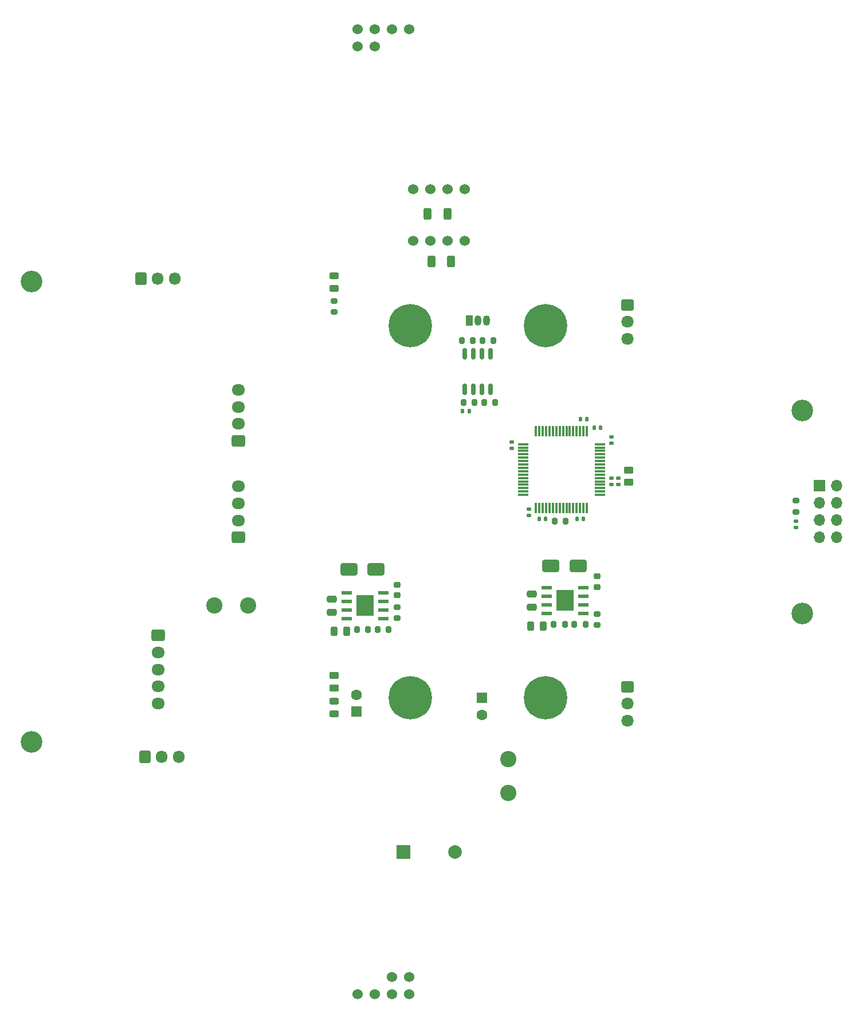
<source format=gbr>
%TF.GenerationSoftware,KiCad,Pcbnew,7.0.9*%
%TF.CreationDate,2025-02-06T15:14:37+09:00*%
%TF.ProjectId,01-MAIN,30312d4d-4149-44e2-9e6b-696361645f70,rev?*%
%TF.SameCoordinates,Original*%
%TF.FileFunction,Soldermask,Bot*%
%TF.FilePolarity,Negative*%
%FSLAX46Y46*%
G04 Gerber Fmt 4.6, Leading zero omitted, Abs format (unit mm)*
G04 Created by KiCad (PCBNEW 7.0.9) date 2025-02-06 15:14:37*
%MOMM*%
%LPD*%
G01*
G04 APERTURE LIST*
G04 Aperture macros list*
%AMRoundRect*
0 Rectangle with rounded corners*
0 $1 Rounding radius*
0 $2 $3 $4 $5 $6 $7 $8 $9 X,Y pos of 4 corners*
0 Add a 4 corners polygon primitive as box body*
4,1,4,$2,$3,$4,$5,$6,$7,$8,$9,$2,$3,0*
0 Add four circle primitives for the rounded corners*
1,1,$1+$1,$2,$3*
1,1,$1+$1,$4,$5*
1,1,$1+$1,$6,$7*
1,1,$1+$1,$8,$9*
0 Add four rect primitives between the rounded corners*
20,1,$1+$1,$2,$3,$4,$5,0*
20,1,$1+$1,$4,$5,$6,$7,0*
20,1,$1+$1,$6,$7,$8,$9,0*
20,1,$1+$1,$8,$9,$2,$3,0*%
G04 Aperture macros list end*
%ADD10RoundRect,0.250000X0.312500X0.625000X-0.312500X0.625000X-0.312500X-0.625000X0.312500X-0.625000X0*%
%ADD11RoundRect,0.250000X-0.312500X-0.625000X0.312500X-0.625000X0.312500X0.625000X-0.312500X0.625000X0*%
%ADD12RoundRect,0.250000X0.725000X-0.600000X0.725000X0.600000X-0.725000X0.600000X-0.725000X-0.600000X0*%
%ADD13O,1.950000X1.700000*%
%ADD14C,0.800000*%
%ADD15C,6.400000*%
%ADD16RoundRect,0.250000X-0.725000X0.600000X-0.725000X-0.600000X0.725000X-0.600000X0.725000X0.600000X0*%
%ADD17RoundRect,0.250000X-0.675000X0.600000X-0.675000X-0.600000X0.675000X-0.600000X0.675000X0.600000X0*%
%ADD18O,1.850000X1.700000*%
%ADD19R,1.050000X1.500000*%
%ADD20O,1.050000X1.500000*%
%ADD21C,3.200000*%
%ADD22RoundRect,0.250000X-0.600000X-0.675000X0.600000X-0.675000X0.600000X0.675000X-0.600000X0.675000X0*%
%ADD23O,1.700000X1.850000*%
%ADD24C,2.400000*%
%ADD25R,1.600000X1.600000*%
%ADD26C,1.600000*%
%ADD27C,1.524000*%
%ADD28R,2.000000X2.000000*%
%ADD29C,2.000000*%
%ADD30RoundRect,0.243750X-0.456250X0.243750X-0.456250X-0.243750X0.456250X-0.243750X0.456250X0.243750X0*%
%ADD31R,1.550000X0.600000*%
%ADD32R,2.600000X3.100000*%
%ADD33RoundRect,0.140000X-0.170000X0.140000X-0.170000X-0.140000X0.170000X-0.140000X0.170000X0.140000X0*%
%ADD34RoundRect,0.243750X0.243750X0.456250X-0.243750X0.456250X-0.243750X-0.456250X0.243750X-0.456250X0*%
%ADD35RoundRect,0.225000X0.250000X-0.225000X0.250000X0.225000X-0.250000X0.225000X-0.250000X-0.225000X0*%
%ADD36RoundRect,0.200000X-0.200000X-0.275000X0.200000X-0.275000X0.200000X0.275000X-0.200000X0.275000X0*%
%ADD37R,1.700000X1.700000*%
%ADD38O,1.700000X1.700000*%
%ADD39RoundRect,0.200000X0.275000X-0.200000X0.275000X0.200000X-0.275000X0.200000X-0.275000X-0.200000X0*%
%ADD40RoundRect,0.140000X0.140000X0.170000X-0.140000X0.170000X-0.140000X-0.170000X0.140000X-0.170000X0*%
%ADD41RoundRect,0.200000X-0.275000X0.200000X-0.275000X-0.200000X0.275000X-0.200000X0.275000X0.200000X0*%
%ADD42RoundRect,0.200000X0.200000X0.275000X-0.200000X0.275000X-0.200000X-0.275000X0.200000X-0.275000X0*%
%ADD43RoundRect,0.075000X0.700000X0.075000X-0.700000X0.075000X-0.700000X-0.075000X0.700000X-0.075000X0*%
%ADD44RoundRect,0.075000X0.075000X0.700000X-0.075000X0.700000X-0.075000X-0.700000X0.075000X-0.700000X0*%
%ADD45RoundRect,0.140000X-0.140000X-0.170000X0.140000X-0.170000X0.140000X0.170000X-0.140000X0.170000X0*%
%ADD46RoundRect,0.250000X-0.475000X0.250000X-0.475000X-0.250000X0.475000X-0.250000X0.475000X0.250000X0*%
%ADD47RoundRect,0.150000X-0.150000X0.675000X-0.150000X-0.675000X0.150000X-0.675000X0.150000X0.675000X0*%
%ADD48RoundRect,0.250000X-0.450000X0.262500X-0.450000X-0.262500X0.450000X-0.262500X0.450000X0.262500X0*%
%ADD49RoundRect,0.140000X0.170000X-0.140000X0.170000X0.140000X-0.170000X0.140000X-0.170000X-0.140000X0*%
%ADD50RoundRect,0.250000X-1.000000X-0.650000X1.000000X-0.650000X1.000000X0.650000X-1.000000X0.650000X0*%
%ADD51RoundRect,0.243750X0.456250X-0.243750X0.456250X0.243750X-0.456250X0.243750X-0.456250X-0.243750X0*%
G04 APERTURE END LIST*
D10*
%TO.C,R10*%
X136000000Y-63000000D03*
X133075000Y-63000000D03*
%TD*%
D11*
%TO.C,R9*%
X132537500Y-56000000D03*
X135462500Y-56000000D03*
%TD*%
D12*
%TO.C,J1*%
X104610214Y-89525000D03*
D13*
X104610214Y-87025000D03*
X104610214Y-84525000D03*
X104610214Y-82025000D03*
%TD*%
D14*
%TO.C,H4*%
X127600000Y-127500000D03*
X128302944Y-125802944D03*
X128302944Y-129197056D03*
X130000000Y-125100000D03*
D15*
X130000000Y-127500000D03*
D14*
X130000000Y-129900000D03*
X131697056Y-125802944D03*
X131697056Y-129197056D03*
X132400000Y-127500000D03*
%TD*%
D16*
%TO.C,J3*%
X92710000Y-118270000D03*
D13*
X92710000Y-120770000D03*
X92710000Y-123270000D03*
X92710000Y-125770000D03*
X92710000Y-128270000D03*
%TD*%
D17*
%TO.C,J5*%
X162052000Y-69422000D03*
D18*
X162052000Y-71922000D03*
X162052000Y-74422000D03*
%TD*%
D19*
%TO.C,Q1*%
X138684000Y-71734000D03*
D20*
X139954000Y-71734000D03*
X141224000Y-71734000D03*
%TD*%
D21*
%TO.C,REF\u002A\u002A*%
X74000000Y-134000000D03*
%TD*%
%TO.C,REF\u002A\u002A*%
X187900000Y-115000000D03*
%TD*%
%TO.C,REF\u002A\u002A*%
X187900000Y-85000000D03*
%TD*%
D22*
%TO.C,J8*%
X90170000Y-65532000D03*
D23*
X92670000Y-65532000D03*
X95170000Y-65532000D03*
%TD*%
D24*
%TO.C,L2*%
X106005000Y-113792000D03*
X101005000Y-113792000D03*
%TD*%
D22*
%TO.C,J7*%
X90758000Y-136144000D03*
D23*
X93258000Y-136144000D03*
X95758000Y-136144000D03*
%TD*%
D25*
%TO.C,C18*%
X140589000Y-127500000D03*
D26*
X140589000Y-130000000D03*
%TD*%
D14*
%TO.C,H2*%
X147600000Y-72500000D03*
X148302944Y-70802944D03*
X148302944Y-74197056D03*
X150000000Y-70100000D03*
D15*
X150000000Y-72500000D03*
D14*
X150000000Y-74900000D03*
X151697056Y-70802944D03*
X151697056Y-74197056D03*
X152400000Y-72500000D03*
%TD*%
D27*
%TO.C,U5*%
X122174000Y-171270000D03*
X124714000Y-171270000D03*
X127254000Y-171270000D03*
X129794000Y-171270000D03*
X127254000Y-168730000D03*
X129794000Y-168730000D03*
%TD*%
D17*
%TO.C,J6*%
X162052000Y-125810000D03*
D18*
X162052000Y-128310000D03*
X162052000Y-130810000D03*
%TD*%
D14*
%TO.C,H3*%
X127600000Y-72500000D03*
X128302944Y-70802944D03*
X128302944Y-74197056D03*
X130000000Y-70100000D03*
D15*
X130000000Y-72500000D03*
D14*
X130000000Y-74900000D03*
X131697056Y-70802944D03*
X131697056Y-74197056D03*
X132400000Y-72500000D03*
%TD*%
D27*
%TO.C,U3*%
X129810000Y-28730000D03*
X127270000Y-28730000D03*
X124730000Y-28730000D03*
X122190000Y-28730000D03*
X124730000Y-31270000D03*
X122190000Y-31270000D03*
%TD*%
D12*
%TO.C,J2*%
X104610214Y-103759000D03*
D13*
X104610214Y-101259000D03*
X104610214Y-98759000D03*
X104610214Y-96259000D03*
%TD*%
D27*
%TO.C,U4*%
X130380000Y-60000000D03*
X132920000Y-60000000D03*
X135460000Y-60000000D03*
X138000000Y-60000000D03*
X138000000Y-52380000D03*
X135460000Y-52380000D03*
X132920000Y-52380000D03*
X130380000Y-52380000D03*
%TD*%
D25*
%TO.C,C19*%
X122000000Y-129500000D03*
D26*
X122000000Y-127000000D03*
%TD*%
D28*
%TO.C,BZ1*%
X129000000Y-150241000D03*
D29*
X136600000Y-150241000D03*
%TD*%
D21*
%TO.C,REF\u002A\u002A*%
X74000000Y-66000000D03*
%TD*%
D24*
%TO.C,L1*%
X144500000Y-136500000D03*
X144500000Y-141500000D03*
%TD*%
D14*
%TO.C,H1*%
X147600000Y-127500000D03*
X148302944Y-125802944D03*
X148302944Y-129197056D03*
X150000000Y-125100000D03*
D15*
X150000000Y-127500000D03*
D14*
X150000000Y-129900000D03*
X151697056Y-125802944D03*
X151697056Y-129197056D03*
X152400000Y-127500000D03*
%TD*%
D30*
%TO.C,D2*%
X118745000Y-127967500D03*
X118745000Y-129842500D03*
%TD*%
D31*
%TO.C,U8*%
X125982000Y-111928000D03*
X125982000Y-113198000D03*
X125982000Y-114468000D03*
X125982000Y-115738000D03*
X120582000Y-115738000D03*
X120582000Y-114468000D03*
X120582000Y-113198000D03*
X120582000Y-111928000D03*
D32*
X123282000Y-113833000D03*
%TD*%
D33*
%TO.C,C10*%
X159679000Y-95016000D03*
X159679000Y-95976000D03*
%TD*%
D34*
%TO.C,D7*%
X149636500Y-116916000D03*
X147761500Y-116916000D03*
%TD*%
D35*
%TO.C,C17*%
X128016000Y-112344000D03*
X128016000Y-110794000D03*
%TD*%
D36*
%TO.C,R18*%
X122111000Y-117411000D03*
X123761000Y-117411000D03*
%TD*%
D31*
%TO.C,U7*%
X155555000Y-111179000D03*
X155555000Y-112449000D03*
X155555000Y-113719000D03*
X155555000Y-114989000D03*
X150155000Y-114989000D03*
X150155000Y-113719000D03*
X150155000Y-112449000D03*
X150155000Y-111179000D03*
D32*
X152855000Y-113084000D03*
%TD*%
D37*
%TO.C,J9*%
X190460000Y-96150000D03*
D38*
X193000000Y-96150000D03*
X190460000Y-98690000D03*
X193000000Y-98690000D03*
X190460000Y-101230000D03*
X193000000Y-101230000D03*
X190460000Y-103770000D03*
X193000000Y-103770000D03*
%TD*%
D39*
%TO.C,R7*%
X118745000Y-70485000D03*
X118745000Y-68835000D03*
%TD*%
D40*
%TO.C,C4*%
X155587000Y-101084000D03*
X154627000Y-101084000D03*
%TD*%
D36*
%TO.C,R17*%
X151176000Y-116662000D03*
X152826000Y-116662000D03*
%TD*%
D41*
%TO.C,R15*%
X128016000Y-114046000D03*
X128016000Y-115696000D03*
%TD*%
D36*
%TO.C,R1*%
X140653000Y-74676000D03*
X142303000Y-74676000D03*
%TD*%
%TO.C,R4*%
X137859000Y-83820000D03*
X139509000Y-83820000D03*
%TD*%
D42*
%TO.C,R3*%
X139255000Y-74676000D03*
X137605000Y-74676000D03*
%TD*%
D43*
%TO.C,U1*%
X157988000Y-90004000D03*
X157988000Y-90504000D03*
X157988000Y-91004000D03*
X157988000Y-91504000D03*
X157988000Y-92004000D03*
X157988000Y-92504000D03*
X157988000Y-93004000D03*
X157988000Y-93504000D03*
X157988000Y-94004000D03*
X157988000Y-94504000D03*
X157988000Y-95004000D03*
X157988000Y-95504000D03*
X157988000Y-96004000D03*
X157988000Y-96504000D03*
X157988000Y-97004000D03*
X157988000Y-97504000D03*
D44*
X156063000Y-99429000D03*
X155563000Y-99429000D03*
X155063000Y-99429000D03*
X154563000Y-99429000D03*
X154063000Y-99429000D03*
X153563000Y-99429000D03*
X153063000Y-99429000D03*
X152563000Y-99429000D03*
X152063000Y-99429000D03*
X151563000Y-99429000D03*
X151063000Y-99429000D03*
X150563000Y-99429000D03*
X150063000Y-99429000D03*
X149563000Y-99429000D03*
X149063000Y-99429000D03*
X148563000Y-99429000D03*
D43*
X146638000Y-97504000D03*
X146638000Y-97004000D03*
X146638000Y-96504000D03*
X146638000Y-96004000D03*
X146638000Y-95504000D03*
X146638000Y-95004000D03*
X146638000Y-94504000D03*
X146638000Y-94004000D03*
X146638000Y-93504000D03*
X146638000Y-93004000D03*
X146638000Y-92504000D03*
X146638000Y-92004000D03*
X146638000Y-91504000D03*
X146638000Y-91004000D03*
X146638000Y-90504000D03*
X146638000Y-90004000D03*
D44*
X148563000Y-88079000D03*
X149063000Y-88079000D03*
X149563000Y-88079000D03*
X150063000Y-88079000D03*
X150563000Y-88079000D03*
X151063000Y-88079000D03*
X151563000Y-88079000D03*
X152063000Y-88079000D03*
X152563000Y-88079000D03*
X153063000Y-88079000D03*
X153563000Y-88079000D03*
X154063000Y-88079000D03*
X154563000Y-88079000D03*
X155063000Y-88079000D03*
X155563000Y-88079000D03*
X156063000Y-88079000D03*
%TD*%
D42*
%TO.C,R14*%
X155874000Y-116662000D03*
X154224000Y-116662000D03*
%TD*%
D33*
%TO.C,C11*%
X160695000Y-95016000D03*
X160695000Y-95976000D03*
%TD*%
D45*
%TO.C,C9*%
X137724000Y-85090000D03*
X138684000Y-85090000D03*
%TD*%
D36*
%TO.C,R6*%
X151321000Y-101346000D03*
X152971000Y-101346000D03*
%TD*%
D46*
%TO.C,C15*%
X118364000Y-112905000D03*
X118364000Y-114805000D03*
%TD*%
D47*
%TO.C,U2*%
X138049000Y-76623000D03*
X139319000Y-76623000D03*
X140589000Y-76623000D03*
X141859000Y-76623000D03*
X141859000Y-81873000D03*
X140589000Y-81873000D03*
X139319000Y-81873000D03*
X138049000Y-81873000D03*
%TD*%
D41*
%TO.C,R13*%
X157589000Y-115075000D03*
X157589000Y-116725000D03*
%TD*%
D46*
%TO.C,C14*%
X147937000Y-112156000D03*
X147937000Y-114056000D03*
%TD*%
D48*
%TO.C,R8*%
X118745000Y-124182500D03*
X118745000Y-126007500D03*
%TD*%
D34*
%TO.C,D8*%
X120571500Y-117665000D03*
X118696500Y-117665000D03*
%TD*%
D35*
%TO.C,C16*%
X157589000Y-111087000D03*
X157589000Y-109537000D03*
%TD*%
D49*
%TO.C,C5*%
X147487000Y-100576000D03*
X147487000Y-99616000D03*
%TD*%
D41*
%TO.C,R2*%
X187000000Y-98362000D03*
X187000000Y-100012000D03*
%TD*%
D42*
%TO.C,R16*%
X126809000Y-117411000D03*
X125159000Y-117411000D03*
%TD*%
D49*
%TO.C,C6*%
X144947000Y-90642000D03*
X144947000Y-89682000D03*
%TD*%
D33*
%TO.C,C1*%
X187000000Y-101346000D03*
X187000000Y-102306000D03*
%TD*%
D50*
%TO.C,D6*%
X120936000Y-108521000D03*
X124936000Y-108521000D03*
%TD*%
D42*
%TO.C,R5*%
X142557000Y-83820000D03*
X140907000Y-83820000D03*
%TD*%
D50*
%TO.C,D5*%
X150763000Y-108026000D03*
X154763000Y-108026000D03*
%TD*%
D45*
%TO.C,C8*%
X155135000Y-86352000D03*
X156095000Y-86352000D03*
%TD*%
D40*
%TO.C,C2*%
X149999000Y-101084000D03*
X149039000Y-101084000D03*
%TD*%
D33*
%TO.C,C3*%
X159679000Y-88920000D03*
X159679000Y-89880000D03*
%TD*%
D48*
%TO.C,FB1*%
X162219000Y-93821500D03*
X162219000Y-95646500D03*
%TD*%
D45*
%TO.C,C7*%
X157167000Y-87622000D03*
X158127000Y-87622000D03*
%TD*%
D51*
%TO.C,D1*%
X118745000Y-66977500D03*
X118745000Y-65102500D03*
%TD*%
M02*

</source>
